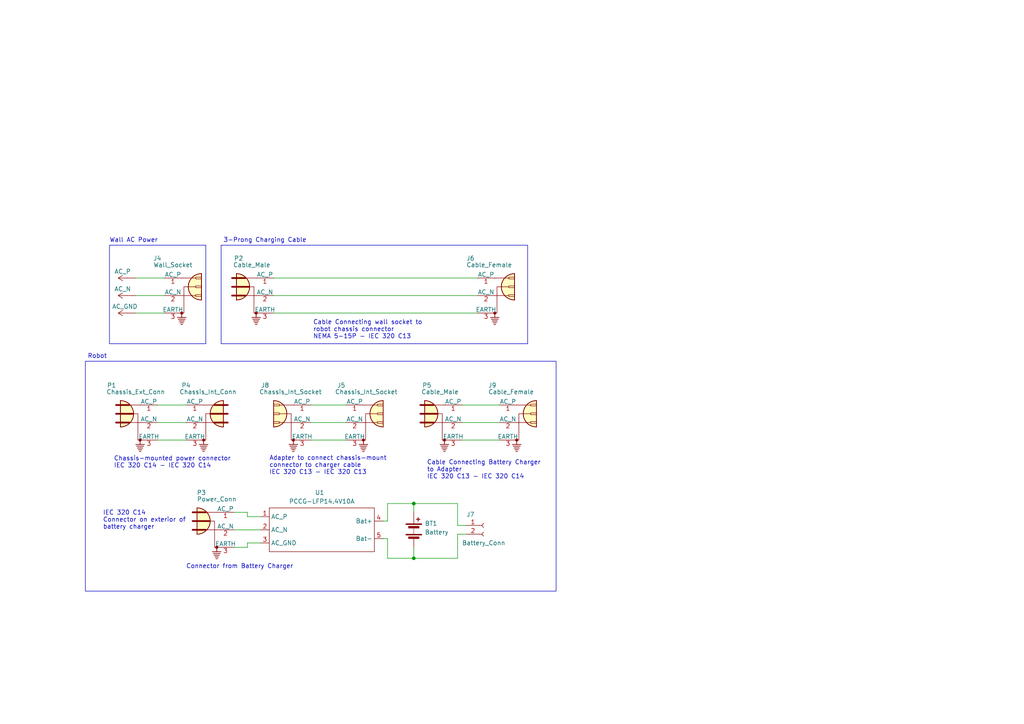
<source format=kicad_sch>
(kicad_sch (version 20230121) (generator eeschema)
  (paper "A4")
  (lib_symbols
    (symbol "Capstone_Battery_Management:AC_GND"
      (property "Value" "AC_GND" (at 0 3.81 0))
      (symbol "AC_GND_0_1"
        (polyline (pts (xy -0.762 1.27) (xy 0 2.54)))
        (polyline (pts (xy 0 0) (xy 0 2.54)))
        (polyline (pts (xy 0 2.54) (xy 0.762 1.27)))
      )
      (symbol "AC_GND_1_1"
        (pin bidirectional line (at 0 -2.54 90) (length 2.54) (name "") (number ""))
      )
    )
    (symbol "Capstone_Battery_Management:AC_N"
      (property "Value" "AC_N" (at 0 3.81 0))
      (symbol "AC_N_0_1"
        (polyline (pts (xy -0.762 1.27) (xy 0 2.54)))
        (polyline (pts (xy 0 0) (xy 0 2.54)))
        (polyline (pts (xy 0 2.54) (xy 0.762 1.27)))
      )
      (symbol "AC_N_1_1"
        (pin bidirectional line (at 0 -2.54 90) (length 2.54) (name "") (number ""))
      )
    )
    (symbol "Capstone_Battery_Management:AC_P"
      (property "Value" "AC_P" (at 0 3.81 0))
      (symbol "AC_P_0_1"
        (polyline (pts (xy -0.762 1.27) (xy 0 2.54)))
        (polyline (pts (xy 0 0) (xy 0 2.54)))
        (polyline (pts (xy 0 2.54) (xy 0.762 1.27)))
      )
      (symbol "AC_P_1_1"
        (pin bidirectional line (at 0 -2.54 90) (length 2.54) (name "") (number ""))
      )
    )
    (symbol "Capstone_Battery_Management:PCCG-LFP14.4V10A"
      (property "Reference" "U" (at 0 7.62 0))
      (property "Value" "PCCG-LFP14.4V10A" (at 0 5.08 0))
      (symbol "PCCG-LFP14.4V10A_0_1"
        (rectangle (start -15.24 3.81) (end 15.24 -8.89))
      )
      (symbol "PCCG-LFP14.4V10A_1_1"
        (pin bidirectional line (at -17.78 1.27 0) (length 2.54) (name "AC_P") (number "1"))
        (pin bidirectional line (at -17.78 -2.54 0) (length 2.54) (name "AC_N") (number "2"))
        (pin bidirectional line (at -17.78 -6.35 0) (length 2.54) (name "AC_GND") (number "3"))
        (pin bidirectional line (at 17.78 0 180) (length 2.54) (name "Bat+") (number "4"))
        (pin bidirectional line (at 17.78 -5.08 180) (length 2.54) (name "Bat-") (number "5"))
      )
    )
    (symbol "Connector:Conn_01x02_Socket" (pin_names (offset 1.016) hide)
      (property "Reference" "J" (at 0 2.54 0))
      (property "Value" "Conn_01x02_Socket" (at 0 -5.08 0))
      (symbol "Conn_01x02_Socket_1_1"
        (arc (start 0 -2.032) (mid -0.5058 -2.54) (end 0 -3.048) (stroke (width 0.1524)))
        (polyline (pts (xy -1.27 -2.54) (xy -0.508 -2.54)) (stroke (width 0.1524)))
        (polyline (pts (xy -1.27 0) (xy -0.508 0)) (stroke (width 0.1524)))
        (arc (start 0 0.508) (mid -0.5058 0) (end 0 -0.508) (stroke (width 0.1524)))
        (pin passive line (at -5.08 0 0) (length 3.81) (name "Pin_1") (number "1"))
        (pin passive line (at -5.08 -2.54 0) (length 3.81) (name "Pin_2") (number "2"))
      )
    )
    (symbol "Connector:Conn_WallPlug_Earth" (pin_names (offset 0))
      (property "Reference" "P" (at 0 3.81 0))
      (property "Value" "Conn_WallPlug_Earth" (at -5.08 0 90))
      (symbol "Conn_WallPlug_Earth_0_1"
        (arc (start -3.175 -3.81) (mid 0.6184 0) (end -3.175 3.81) (stroke (width 0.254)) (fill (type background)))
        (polyline (pts (xy -4.445 -2.54) (xy -0.635 -2.54)) (stroke (width 0.508)))
        (polyline (pts (xy -4.445 0) (xy 0.508 0)) (stroke (width 0.508)))
        (polyline (pts (xy -4.445 2.54) (xy -0.635 2.54)) (stroke (width 0.508)))
        (polyline (pts (xy -3.175 -3.81) (xy -3.175 3.81)) (stroke (width 0.254)))
        (polyline (pts (xy -0.635 -2.54) (xy 2.54 -2.54)))
        (polyline (pts (xy -0.635 2.54) (xy 2.54 2.54)))
        (polyline (pts (xy 1.524 -9.398) (xy 3.556 -9.398)) (stroke (width 0.2032)))
        (polyline (pts (xy 1.778 -9.906) (xy 3.302 -9.906)) (stroke (width 0.2032)))
        (polyline (pts (xy 2.032 -10.414) (xy 3.048 -10.414)) (stroke (width 0.2032)))
        (polyline (pts (xy 2.286 -10.922) (xy 2.794 -10.922)) (stroke (width 0.2032)))
        (polyline (pts (xy 2.54 -7.62) (xy 2.54 -8.89)) (stroke (width 0.2032)))
        (polyline (pts (xy 3.81 -8.89) (xy 1.27 -8.89)) (stroke (width 0.2032)))
        (polyline (pts (xy 2.54 -7.62) (xy 1.905 -7.62) (xy 1.905 0) (xy -4.445 0)))
        (circle (center 2.54 -7.62) (radius 0.3556) (fill (type outline)))
      )
      (symbol "Conn_WallPlug_Earth_1_1"
        (pin power_out line (at 7.62 2.54 180) (length 5.08) (name "AC_P") (number "1"))
        (pin power_out line (at 7.62 -2.54 180) (length 5.08) (name "AC_N") (number "2"))
        (pin passive line (at 7.62 -7.62 180) (length 5.08) (name "EARTH") (number "3"))
      )
    )
    (symbol "Connector:Conn_WallSocket_Earth" (pin_names (offset 0))
      (property "Reference" "J" (at 3.81 6.985 0))
      (property "Value" "Conn_WallSocket_Earth" (at 7.62 2.54 90))
      (symbol "Conn_WallSocket_Earth_0_1"
        (circle (center 0 -5.08) (radius 0.3556) (fill (type outline)))
        (polyline (pts (xy -1.27 -6.35) (xy 1.27 -6.35)) (stroke (width 0.2032)))
        (polyline (pts (xy 0 -5.08) (xy 0 -6.35)) (stroke (width 0.2032)))
        (polyline (pts (xy 0.254 -8.382) (xy -0.254 -8.382)) (stroke (width 0.2032)))
        (polyline (pts (xy 0.508 -7.874) (xy -0.508 -7.874)) (stroke (width 0.2032)))
        (polyline (pts (xy 0.762 -7.366) (xy -0.762 -7.366)) (stroke (width 0.2032)))
        (polyline (pts (xy 1.016 -6.858) (xy -1.016 -6.858)) (stroke (width 0.2032)))
        (polyline (pts (xy 4.064 0) (xy 0 0)))
        (polyline (pts (xy 4.064 5.08) (xy 0 5.08)))
        (polyline (pts (xy 5.715 -1.27) (xy 5.715 6.35)) (stroke (width 0.254)))
        (polyline (pts (xy 0 -5.08) (xy 0.635 -5.08) (xy 0.635 2.54) (xy 4.064 2.54)))
        (rectangle (start 5.715 -0.254) (end 4.064 0.254))
        (rectangle (start 5.715 2.286) (end 4.064 2.794))
        (rectangle (start 5.715 4.826) (end 4.064 5.334))
        (arc (start 5.715 6.35) (mid 1.9216 2.54) (end 5.715 -1.27) (stroke (width 0.254)) (fill (type background)))
      )
      (symbol "Conn_WallSocket_Earth_1_1"
        (pin power_in line (at -5.08 5.08 0) (length 5.08) (name "AC_P") (number "1"))
        (pin power_in line (at -5.08 0 0) (length 5.08) (name "AC_N") (number "2"))
        (pin passive line (at -5.08 -5.08 0) (length 5.08) (name "EARTH") (number "3"))
      )
    )
    (symbol "Device:Battery" (pin_numbers hide) (pin_names (offset 0) hide)
      (property "Reference" "BT" (at 2.54 2.54 0))
      (property "Value" "Battery" (at 2.54 0 0))
      (symbol "Battery_0_1"
        (rectangle (start -2.286 -1.27) (end 2.286 -1.524) (fill (type outline)))
        (rectangle (start -2.286 1.778) (end 2.286 1.524) (fill (type outline)))
        (rectangle (start -1.524 -2.032) (end 1.524 -2.54) (fill (type outline)))
        (rectangle (start -1.524 1.016) (end 1.524 0.508) (fill (type outline)))
        (polyline (pts (xy 0 -1.016) (xy 0 -0.762)))
        (polyline (pts (xy 0 -0.508) (xy 0 -0.254)))
        (polyline (pts (xy 0 0) (xy 0 0.254)))
        (polyline (pts (xy 0 1.778) (xy 0 2.54)))
        (polyline (pts (xy 0.762 3.048) (xy 1.778 3.048)) (stroke (width 0.254)))
        (polyline (pts (xy 1.27 3.556) (xy 1.27 2.54)) (stroke (width 0.254)))
      )
      (symbol "Battery_1_1"
        (pin passive line (at 0 5.08 270) (length 2.54) (name "+") (number "1"))
        (pin passive line (at 0 -5.08 90) (length 2.54) (name "-") (number "2"))
      )
    )
  )
  (junction (at 120.015 146.05))
  (junction (at 120.015 161.925))
  (wire (pts (xy 90.17 127.635) (xy 100.33 127.635)))
  (wire (pts (xy 112.395 146.05) (xy 112.395 151.13)))
  (wire (pts (xy 71.755 157.48) (xy 75.565 157.48)))
  (wire (pts (xy 120.015 161.925) (xy 132.715 161.925)))
  (wire (pts (xy 39.37 85.725) (xy 47.625 85.725)))
  (wire (pts (xy 111.125 151.13) (xy 112.395 151.13)))
  (wire (pts (xy 112.395 161.925) (xy 120.015 161.925)))
  (wire (pts (xy 71.755 158.75) (xy 71.755 157.48)))
  (wire (pts (xy 112.395 146.05) (xy 120.015 146.05)))
  (wire (pts (xy 132.715 152.4) (xy 135.255 152.4)))
  (wire (pts (xy 45.72 117.475) (xy 53.975 117.475)))
  (wire (pts (xy 132.715 146.05) (xy 132.715 152.4)))
  (wire (pts (xy 71.755 148.59) (xy 71.755 149.86)))
  (wire (pts (xy 67.945 158.75) (xy 71.755 158.75)))
  (wire (pts (xy 112.395 156.21) (xy 111.125 156.21)))
  (wire (pts (xy 90.17 117.475) (xy 100.33 117.475)))
  (wire (pts (xy 132.715 154.94) (xy 135.255 154.94)))
  (wire (pts (xy 79.375 80.645) (xy 138.43 80.645)))
  (wire (pts (xy 120.015 158.75) (xy 120.015 161.925)))
  (wire (pts (xy 45.72 127.635) (xy 53.975 127.635)))
  (wire (pts (xy 39.37 90.805) (xy 47.625 90.805)))
  (wire (pts (xy 133.985 117.475) (xy 144.78 117.475)))
  (wire (pts (xy 132.715 161.925) (xy 132.715 154.94)))
  (wire (pts (xy 120.015 146.05) (xy 132.715 146.05)))
  (wire (pts (xy 67.945 153.67) (xy 75.565 153.67)))
  (wire (pts (xy 112.395 161.925) (xy 112.395 156.21)))
  (wire (pts (xy 71.755 149.86) (xy 75.565 149.86)))
  (wire (pts (xy 39.37 80.645) (xy 47.625 80.645)))
  (wire (pts (xy 133.985 127.635) (xy 144.78 127.635)))
  (wire (pts (xy 90.17 122.555) (xy 100.33 122.555)))
  (wire (pts (xy 79.375 90.805) (xy 138.43 90.805)))
  (wire (pts (xy 45.72 122.555) (xy 53.975 122.555)))
  (wire (pts (xy 79.375 85.725) (xy 138.43 85.725)))
  (wire (pts (xy 133.985 122.555) (xy 144.78 122.555)))
  (wire (pts (xy 67.945 148.59) (xy 71.755 148.59)))
  (wire (pts (xy 120.015 148.59) (xy 120.015 146.05)))
  (rectangle (start 31.75 71.12) (end 59.69 99.695))
  (rectangle (start 24.765 104.775) (end 161.29 171.45))
  (rectangle (start 64.135 71.12) (end 153.035 99.695))
  (text "Cable Connecting wall socket to \nrobot chassis connector\nNEMA 5-15P - IEC 320 C13" (at 90.805 98.425 0) (effects (font (size 1.27 1.27)) (justify left bottom)))
  (text "Wall AC Power" (at 31.75 70.485 0) (effects (font (size 1.27 1.27)) (justify left bottom)))
  (text "Connector from Battery Charger" (at 53.975 165.1 0) (effects (font (size 1.27 1.27)) (justify left bottom)))
  (text "IEC 320 C14\nConnector on exterior of\nbattery charger" (at 29.845 153.67 0) (effects (font (size 1.27 1.27)) (justify left bottom)))
  (text "Robot" (at 25.4 104.14 0) (effects (font (size 1.27 1.27)) (justify left bottom)))
  (text "3-Prong Charging Cable" (at 64.77 70.485 0) (effects (font (size 1.27 1.27)) (justify left bottom)))
  (text "Cable Connecting Battery Charger \nto Adapter\nIEC 320 C13 - IEC 320 C14" (at 123.825 139.065 0) (effects (font (size 1.27 1.27)) (justify left bottom)))
  (text "Chassis-mounted power connector\nIEC 320 C14 - IEC 320 C14" (at 33.02 135.89 0) (effects (font (size 1.27 1.27)) (justify left bottom)))
  (text "Adapter to connect chassis-mount\nconnector to charger cable\nIEC 320 C13 - IEC 320 C13" (at 78.105 137.795 0) (effects (font (size 1.27 1.27)) (justify left bottom)))
  (symbol (lib_id "Connector:Conn_WallPlug_Earth") (at 38.1 120.015 0) (unit 1)
    (property "Reference" "P1" (at 32.385 111.76 0))
    (property "Value" "Chassis_Ext_Conn" (at 39.37 113.665 0))
  )
  (symbol (lib_id "Connector:Conn_WallPlug_Earth") (at 60.325 151.13 0) (unit 1)
    (property "Reference" "P3" (at 58.42 142.875 0))
    (property "Value" "Power_Conn" (at 62.865 144.78 0))
  )
  (symbol (lib_id "Connector:Conn_WallSocket_Earth") (at 85.09 122.555 0) (mirror y) (unit 1)
    (property "Reference" "J8" (at 78.105 111.76 0) (effects (justify left)))
    (property "Value" "Chassis_Int_Socket" (at 93.345 113.665 0) (effects (justify left)))
  )
  (symbol (lib_id "Connector:Conn_WallSocket_Earth") (at 52.705 85.725 0) (unit 1)
    (property "Reference" "J4" (at 44.45 74.93 0) (effects (justify left)))
    (property "Value" "Wall_Socket" (at 44.45 76.835 0) (effects (justify left)))
  )
  (symbol (lib_id "Connector:Conn_WallSocket_Earth") (at 105.41 122.555 0) (unit 1)
    (property "Reference" "J5" (at 97.79 111.76 0) (effects (justify left)))
    (property "Value" "Chassis_Int_Socket" (at 97.155 113.665 0) (effects (justify left)))
  )
  (symbol (lib_id "Device:Battery") (at 120.015 153.67 0) (unit 1)
    (property "Reference" "BT1" (at 123.19 151.8285 0) (effects (justify left)))
    (property "Value" "Battery" (at 123.19 154.3685 0) (effects (justify left)))
  )
  (symbol (lib_id "Capstone_Battery_Management:AC_GND") (at 36.83 90.805 90) (unit 1)
    (property "Reference" "J3" (effects hide))
    (property "Value" "AC_GND" (at 36.195 88.9 90))
  )
  (symbol (lib_id "Connector:Conn_WallPlug_Earth") (at 71.755 83.185 0) (unit 1)
    (property "Reference" "P2" (at 69.215 74.93 0))
    (property "Value" "Cable_Male" (at 73.025 76.835 0))
  )
  (symbol (lib_id "Capstone_Battery_Management:AC_P") (at 36.83 80.645 90) (unit 1)
    (property "Reference" "J1" (effects hide))
    (property "Value" "AC_P" (at 35.56 78.74 90))
  )
  (symbol (lib_id "Connector:Conn_WallPlug_Earth") (at 126.365 120.015 0) (unit 1)
    (property "Reference" "P5" (at 123.825 111.76 0))
    (property "Value" "Cable_Male" (at 127.635 113.665 0))
  )
  (symbol (lib_id "Connector:Conn_WallSocket_Earth") (at 149.86 122.555 0) (unit 1)
    (property "Reference" "J9" (at 141.605 111.76 0) (effects (justify left)))
    (property "Value" "Cable_Female" (at 141.605 113.665 0) (effects (justify left)))
  )
  (symbol (lib_id "Connector:Conn_WallPlug_Earth") (at 61.595 120.015 0) (mirror y) (unit 1)
    (property "Reference" "P4" (at 53.975 111.76 0))
    (property "Value" "Chassis_Int_Conn" (at 60.325 113.665 0))
  )
  (symbol (lib_id "Connector:Conn_WallSocket_Earth") (at 143.51 85.725 0) (unit 1)
    (property "Reference" "J6" (at 135.255 74.93 0) (effects (justify left)))
    (property "Value" "Cable_Female" (at 135.255 76.835 0) (effects (justify left)))
  )
  (symbol (lib_id "Capstone_Battery_Management:PCCG-LFP14.4V10A") (at 93.345 151.13 0) (unit 1)
    (property "Reference" "U1" (at 92.71 142.875 0))
    (property "Value" "PCCG-LFP14.4V10A" (at 93.345 145.415 0))
  )
  (symbol (lib_id "Connector:Conn_01x02_Socket") (at 140.335 152.4 0) (unit 1)
    (property "Reference" "J7" (at 135.255 149.225 0) (effects (justify left)))
    (property "Value" "Battery_Conn" (at 133.985 157.48 0) (effects (justify left)))
  )
  (symbol (lib_id "Capstone_Battery_Management:AC_N") (at 36.83 85.725 90) (unit 1)
    (property "Reference" "J2" (effects hide))
    (property "Value" "AC_N" (at 35.56 83.82 90))
  )
)
</source>
